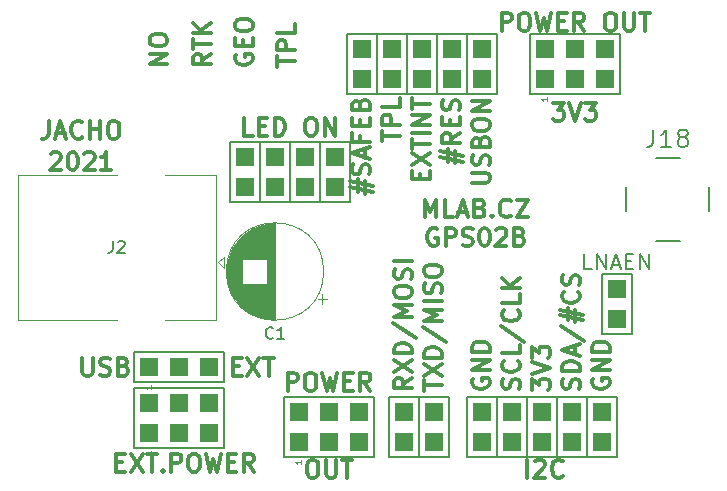
<source format=gbr>
G04 #@! TF.GenerationSoftware,KiCad,Pcbnew,(5.99.0-10394-g2e15de97e0)*
G04 #@! TF.CreationDate,2021-07-20T09:33:55+02:00*
G04 #@! TF.ProjectId,GPS02B,47505330-3242-42e6-9b69-6361645f7063,REV*
G04 #@! TF.SameCoordinates,Original*
G04 #@! TF.FileFunction,Legend,Top*
G04 #@! TF.FilePolarity,Positive*
%FSLAX46Y46*%
G04 Gerber Fmt 4.6, Leading zero omitted, Abs format (unit mm)*
G04 Created by KiCad (PCBNEW (5.99.0-10394-g2e15de97e0)) date 2021-07-20 09:33:55*
%MOMM*%
%LPD*%
G01*
G04 APERTURE LIST*
%ADD10C,0.300000*%
%ADD11C,0.200000*%
%ADD12C,0.150000*%
%ADD13C,0.050000*%
%ADD14C,0.120000*%
%ADD15R,1.524000X1.524000*%
G04 APERTURE END LIST*
D10*
X2965000Y31047428D02*
X2965000Y29976000D01*
X2893571Y29761714D01*
X2750714Y29618857D01*
X2536428Y29547428D01*
X2393571Y29547428D01*
X3607857Y29976000D02*
X4322142Y29976000D01*
X3465000Y29547428D02*
X3965000Y31047428D01*
X4465000Y29547428D01*
X5822142Y29690285D02*
X5750714Y29618857D01*
X5536428Y29547428D01*
X5393571Y29547428D01*
X5179285Y29618857D01*
X5036428Y29761714D01*
X4965000Y29904571D01*
X4893571Y30190285D01*
X4893571Y30404571D01*
X4965000Y30690285D01*
X5036428Y30833142D01*
X5179285Y30976000D01*
X5393571Y31047428D01*
X5536428Y31047428D01*
X5750714Y30976000D01*
X5822142Y30904571D01*
X6465000Y29547428D02*
X6465000Y31047428D01*
X6465000Y30333142D02*
X7322142Y30333142D01*
X7322142Y29547428D02*
X7322142Y31047428D01*
X8322142Y31047428D02*
X8607857Y31047428D01*
X8750714Y30976000D01*
X8893571Y30833142D01*
X8965000Y30547428D01*
X8965000Y30047428D01*
X8893571Y29761714D01*
X8750714Y29618857D01*
X8607857Y29547428D01*
X8322142Y29547428D01*
X8179285Y29618857D01*
X8036428Y29761714D01*
X7965000Y30047428D01*
X7965000Y30547428D01*
X8036428Y30833142D01*
X8179285Y30976000D01*
X8322142Y31047428D01*
X3143571Y28237571D02*
X3215000Y28309000D01*
X3357857Y28380428D01*
X3715000Y28380428D01*
X3857857Y28309000D01*
X3929285Y28237571D01*
X4000714Y28094714D01*
X4000714Y27951857D01*
X3929285Y27737571D01*
X3072142Y26880428D01*
X4000714Y26880428D01*
X4929285Y28380428D02*
X5072142Y28380428D01*
X5215000Y28309000D01*
X5286428Y28237571D01*
X5357857Y28094714D01*
X5429285Y27809000D01*
X5429285Y27451857D01*
X5357857Y27166142D01*
X5286428Y27023285D01*
X5215000Y26951857D01*
X5072142Y26880428D01*
X4929285Y26880428D01*
X4786428Y26951857D01*
X4715000Y27023285D01*
X4643571Y27166142D01*
X4572142Y27451857D01*
X4572142Y27809000D01*
X4643571Y28094714D01*
X4715000Y28237571D01*
X4786428Y28309000D01*
X4929285Y28380428D01*
X6000714Y28237571D02*
X6072142Y28309000D01*
X6215000Y28380428D01*
X6572142Y28380428D01*
X6715000Y28309000D01*
X6786428Y28237571D01*
X6857857Y28094714D01*
X6857857Y27951857D01*
X6786428Y27737571D01*
X5929285Y26880428D01*
X6857857Y26880428D01*
X8286428Y26880428D02*
X7429285Y26880428D01*
X7857857Y26880428D02*
X7857857Y28380428D01*
X7715000Y28166142D01*
X7572142Y28023285D01*
X7429285Y27951857D01*
X18585571Y10267142D02*
X19085571Y10267142D01*
X19299857Y9481428D02*
X18585571Y9481428D01*
X18585571Y10981428D01*
X19299857Y10981428D01*
X19799857Y10981428D02*
X20799857Y9481428D01*
X20799857Y10981428D02*
X19799857Y9481428D01*
X21157000Y10981428D02*
X22014142Y10981428D01*
X21585571Y9481428D02*
X21585571Y10981428D01*
X23205714Y8211428D02*
X23205714Y9711428D01*
X23777142Y9711428D01*
X23920000Y9640000D01*
X23991428Y9568571D01*
X24062857Y9425714D01*
X24062857Y9211428D01*
X23991428Y9068571D01*
X23920000Y8997142D01*
X23777142Y8925714D01*
X23205714Y8925714D01*
X24991428Y9711428D02*
X25277142Y9711428D01*
X25420000Y9640000D01*
X25562857Y9497142D01*
X25634285Y9211428D01*
X25634285Y8711428D01*
X25562857Y8425714D01*
X25420000Y8282857D01*
X25277142Y8211428D01*
X24991428Y8211428D01*
X24848571Y8282857D01*
X24705714Y8425714D01*
X24634285Y8711428D01*
X24634285Y9211428D01*
X24705714Y9497142D01*
X24848571Y9640000D01*
X24991428Y9711428D01*
X26134285Y9711428D02*
X26491428Y8211428D01*
X26777142Y9282857D01*
X27062857Y8211428D01*
X27420000Y9711428D01*
X27991428Y8997142D02*
X28491428Y8997142D01*
X28705714Y8211428D02*
X27991428Y8211428D01*
X27991428Y9711428D01*
X28705714Y9711428D01*
X30205714Y8211428D02*
X29705714Y8925714D01*
X29348571Y8211428D02*
X29348571Y9711428D01*
X29920000Y9711428D01*
X30062857Y9640000D01*
X30134285Y9568571D01*
X30205714Y9425714D01*
X30205714Y9211428D01*
X30134285Y9068571D01*
X30062857Y8997142D01*
X29920000Y8925714D01*
X29348571Y8925714D01*
X25170000Y2345428D02*
X25455714Y2345428D01*
X25598571Y2274000D01*
X25741428Y2131142D01*
X25812857Y1845428D01*
X25812857Y1345428D01*
X25741428Y1059714D01*
X25598571Y916857D01*
X25455714Y845428D01*
X25170000Y845428D01*
X25027142Y916857D01*
X24884285Y1059714D01*
X24812857Y1345428D01*
X24812857Y1845428D01*
X24884285Y2131142D01*
X25027142Y2274000D01*
X25170000Y2345428D01*
X26455714Y2345428D02*
X26455714Y1131142D01*
X26527142Y988285D01*
X26598571Y916857D01*
X26741428Y845428D01*
X27027142Y845428D01*
X27170000Y916857D01*
X27241428Y988285D01*
X27312857Y1131142D01*
X27312857Y2345428D01*
X27812857Y2345428D02*
X28670000Y2345428D01*
X28241428Y845428D02*
X28241428Y2345428D01*
X49034000Y9211857D02*
X48962571Y9069000D01*
X48962571Y8854714D01*
X49034000Y8640428D01*
X49176857Y8497571D01*
X49319714Y8426142D01*
X49605428Y8354714D01*
X49819714Y8354714D01*
X50105428Y8426142D01*
X50248285Y8497571D01*
X50391142Y8640428D01*
X50462571Y8854714D01*
X50462571Y8997571D01*
X50391142Y9211857D01*
X50319714Y9283285D01*
X49819714Y9283285D01*
X49819714Y8997571D01*
X50462571Y9926142D02*
X48962571Y9926142D01*
X50462571Y10783285D01*
X48962571Y10783285D01*
X50462571Y11497571D02*
X48962571Y11497571D01*
X48962571Y11854714D01*
X49034000Y12069000D01*
X49176857Y12211857D01*
X49319714Y12283285D01*
X49605428Y12354714D01*
X49819714Y12354714D01*
X50105428Y12283285D01*
X50248285Y12211857D01*
X50391142Y12069000D01*
X50462571Y11854714D01*
X50462571Y11497571D01*
X34738571Y8211857D02*
X34738571Y9069000D01*
X36238571Y8640428D02*
X34738571Y8640428D01*
X34738571Y9426142D02*
X36238571Y10426142D01*
X34738571Y10426142D02*
X36238571Y9426142D01*
X36238571Y10997571D02*
X34738571Y10997571D01*
X34738571Y11354714D01*
X34810000Y11569000D01*
X34952857Y11711857D01*
X35095714Y11783285D01*
X35381428Y11854714D01*
X35595714Y11854714D01*
X35881428Y11783285D01*
X36024285Y11711857D01*
X36167142Y11569000D01*
X36238571Y11354714D01*
X36238571Y10997571D01*
X34667142Y13569000D02*
X36595714Y12283285D01*
X36238571Y14069000D02*
X34738571Y14069000D01*
X35810000Y14569000D01*
X34738571Y15069000D01*
X36238571Y15069000D01*
X36238571Y15783285D02*
X34738571Y15783285D01*
X36167142Y16426142D02*
X36238571Y16640428D01*
X36238571Y16997571D01*
X36167142Y17140428D01*
X36095714Y17211857D01*
X35952857Y17283285D01*
X35810000Y17283285D01*
X35667142Y17211857D01*
X35595714Y17140428D01*
X35524285Y16997571D01*
X35452857Y16711857D01*
X35381428Y16569000D01*
X35310000Y16497571D01*
X35167142Y16426142D01*
X35024285Y16426142D01*
X34881428Y16497571D01*
X34810000Y16569000D01*
X34738571Y16711857D01*
X34738571Y17069000D01*
X34810000Y17283285D01*
X34738571Y18211857D02*
X34738571Y18497571D01*
X34810000Y18640428D01*
X34952857Y18783285D01*
X35238571Y18854714D01*
X35738571Y18854714D01*
X36024285Y18783285D01*
X36167142Y18640428D01*
X36238571Y18497571D01*
X36238571Y18211857D01*
X36167142Y18069000D01*
X36024285Y17926142D01*
X35738571Y17854714D01*
X35238571Y17854714D01*
X34952857Y17926142D01*
X34810000Y18069000D01*
X34738571Y18211857D01*
X33698571Y9283285D02*
X32984285Y8783285D01*
X33698571Y8426142D02*
X32198571Y8426142D01*
X32198571Y8997571D01*
X32270000Y9140428D01*
X32341428Y9211857D01*
X32484285Y9283285D01*
X32698571Y9283285D01*
X32841428Y9211857D01*
X32912857Y9140428D01*
X32984285Y8997571D01*
X32984285Y8426142D01*
X32198571Y9783285D02*
X33698571Y10783285D01*
X32198571Y10783285D02*
X33698571Y9783285D01*
X33698571Y11354714D02*
X32198571Y11354714D01*
X32198571Y11711857D01*
X32270000Y11926142D01*
X32412857Y12069000D01*
X32555714Y12140428D01*
X32841428Y12211857D01*
X33055714Y12211857D01*
X33341428Y12140428D01*
X33484285Y12069000D01*
X33627142Y11926142D01*
X33698571Y11711857D01*
X33698571Y11354714D01*
X32127142Y13926142D02*
X34055714Y12640428D01*
X33698571Y14426142D02*
X32198571Y14426142D01*
X33270000Y14926142D01*
X32198571Y15426142D01*
X33698571Y15426142D01*
X32198571Y16426142D02*
X32198571Y16711857D01*
X32270000Y16854714D01*
X32412857Y16997571D01*
X32698571Y17069000D01*
X33198571Y17069000D01*
X33484285Y16997571D01*
X33627142Y16854714D01*
X33698571Y16711857D01*
X33698571Y16426142D01*
X33627142Y16283285D01*
X33484285Y16140428D01*
X33198571Y16069000D01*
X32698571Y16069000D01*
X32412857Y16140428D01*
X32270000Y16283285D01*
X32198571Y16426142D01*
X33627142Y17640428D02*
X33698571Y17854714D01*
X33698571Y18211857D01*
X33627142Y18354714D01*
X33555714Y18426142D01*
X33412857Y18497571D01*
X33270000Y18497571D01*
X33127142Y18426142D01*
X33055714Y18354714D01*
X32984285Y18211857D01*
X32912857Y17926142D01*
X32841428Y17783285D01*
X32770000Y17711857D01*
X32627142Y17640428D01*
X32484285Y17640428D01*
X32341428Y17711857D01*
X32270000Y17783285D01*
X32198571Y17926142D01*
X32198571Y18283285D01*
X32270000Y18497571D01*
X33698571Y19140428D02*
X32198571Y19140428D01*
D11*
X48949238Y18461904D02*
X48330190Y18461904D01*
X48330190Y19761904D01*
X49382571Y18461904D02*
X49382571Y19761904D01*
X50125428Y18461904D01*
X50125428Y19761904D01*
X50682571Y18833333D02*
X51301619Y18833333D01*
X50558761Y18461904D02*
X50992095Y19761904D01*
X51425428Y18461904D01*
X51858761Y19142857D02*
X52292095Y19142857D01*
X52477809Y18461904D02*
X51858761Y18461904D01*
X51858761Y19761904D01*
X52477809Y19761904D01*
X53034952Y18461904D02*
X53034952Y19761904D01*
X53777809Y18461904D01*
X53777809Y19761904D01*
D10*
X13013428Y38001000D02*
X13013428Y37715285D01*
X12942000Y37572428D01*
X12799142Y37429571D01*
X12513428Y37358142D01*
X12013428Y37358142D01*
X11727714Y37429571D01*
X11584857Y37572428D01*
X11513428Y37715285D01*
X11513428Y38001000D01*
X11584857Y38143857D01*
X11727714Y38286714D01*
X12013428Y38358142D01*
X12513428Y38358142D01*
X12799142Y38286714D01*
X12942000Y38143857D01*
X13013428Y38001000D01*
X11513428Y36715285D02*
X13013428Y36715285D01*
X11513428Y35858142D01*
X13013428Y35858142D01*
X45640857Y32571428D02*
X46569428Y32571428D01*
X46069428Y32000000D01*
X46283714Y32000000D01*
X46426571Y31928571D01*
X46498000Y31857142D01*
X46569428Y31714285D01*
X46569428Y31357142D01*
X46498000Y31214285D01*
X46426571Y31142857D01*
X46283714Y31071428D01*
X45855142Y31071428D01*
X45712285Y31142857D01*
X45640857Y31214285D01*
X46998000Y32571428D02*
X47498000Y31071428D01*
X47998000Y32571428D01*
X48355142Y32571428D02*
X49283714Y32571428D01*
X48783714Y32000000D01*
X48998000Y32000000D01*
X49140857Y31928571D01*
X49212285Y31857142D01*
X49283714Y31714285D01*
X49283714Y31357142D01*
X49212285Y31214285D01*
X49140857Y31142857D01*
X48998000Y31071428D01*
X48569428Y31071428D01*
X48426571Y31142857D01*
X48355142Y31214285D01*
X29142571Y25007571D02*
X29142571Y26079000D01*
X28499714Y25436142D02*
X30428285Y25007571D01*
X29785428Y25936142D02*
X29785428Y24864714D01*
X30428285Y25507571D02*
X28499714Y25936142D01*
X30071142Y26507571D02*
X30142571Y26721857D01*
X30142571Y27079000D01*
X30071142Y27221857D01*
X29999714Y27293285D01*
X29856857Y27364714D01*
X29714000Y27364714D01*
X29571142Y27293285D01*
X29499714Y27221857D01*
X29428285Y27079000D01*
X29356857Y26793285D01*
X29285428Y26650428D01*
X29214000Y26579000D01*
X29071142Y26507571D01*
X28928285Y26507571D01*
X28785428Y26579000D01*
X28714000Y26650428D01*
X28642571Y26793285D01*
X28642571Y27150428D01*
X28714000Y27364714D01*
X29714000Y27936142D02*
X29714000Y28650428D01*
X30142571Y27793285D02*
X28642571Y28293285D01*
X30142571Y28793285D01*
X29356857Y29793285D02*
X29356857Y29293285D01*
X30142571Y29293285D02*
X28642571Y29293285D01*
X28642571Y30007571D01*
X29356857Y30579000D02*
X29356857Y31079000D01*
X30142571Y31293285D02*
X30142571Y30579000D01*
X28642571Y30579000D01*
X28642571Y31293285D01*
X29356857Y32436142D02*
X29428285Y32650428D01*
X29499714Y32721857D01*
X29642571Y32793285D01*
X29856857Y32793285D01*
X29999714Y32721857D01*
X30071142Y32650428D01*
X30142571Y32507571D01*
X30142571Y31936142D01*
X28642571Y31936142D01*
X28642571Y32436142D01*
X28714000Y32579000D01*
X28785428Y32650428D01*
X28928285Y32721857D01*
X29071142Y32721857D01*
X29214000Y32650428D01*
X29285428Y32579000D01*
X29356857Y32436142D01*
X29356857Y31936142D01*
X38802571Y25793285D02*
X40016857Y25793285D01*
X40159714Y25864714D01*
X40231142Y25936142D01*
X40302571Y26079000D01*
X40302571Y26364714D01*
X40231142Y26507571D01*
X40159714Y26579000D01*
X40016857Y26650428D01*
X38802571Y26650428D01*
X40231142Y27293285D02*
X40302571Y27507571D01*
X40302571Y27864714D01*
X40231142Y28007571D01*
X40159714Y28079000D01*
X40016857Y28150428D01*
X39874000Y28150428D01*
X39731142Y28079000D01*
X39659714Y28007571D01*
X39588285Y27864714D01*
X39516857Y27579000D01*
X39445428Y27436142D01*
X39374000Y27364714D01*
X39231142Y27293285D01*
X39088285Y27293285D01*
X38945428Y27364714D01*
X38874000Y27436142D01*
X38802571Y27579000D01*
X38802571Y27936142D01*
X38874000Y28150428D01*
X39516857Y29293285D02*
X39588285Y29507571D01*
X39659714Y29579000D01*
X39802571Y29650428D01*
X40016857Y29650428D01*
X40159714Y29579000D01*
X40231142Y29507571D01*
X40302571Y29364714D01*
X40302571Y28793285D01*
X38802571Y28793285D01*
X38802571Y29293285D01*
X38874000Y29436142D01*
X38945428Y29507571D01*
X39088285Y29579000D01*
X39231142Y29579000D01*
X39374000Y29507571D01*
X39445428Y29436142D01*
X39516857Y29293285D01*
X39516857Y28793285D01*
X38802571Y30579000D02*
X38802571Y30864714D01*
X38874000Y31007571D01*
X39016857Y31150428D01*
X39302571Y31221857D01*
X39802571Y31221857D01*
X40088285Y31150428D01*
X40231142Y31007571D01*
X40302571Y30864714D01*
X40302571Y30579000D01*
X40231142Y30436142D01*
X40088285Y30293285D01*
X39802571Y30221857D01*
X39302571Y30221857D01*
X39016857Y30293285D01*
X38874000Y30436142D01*
X38802571Y30579000D01*
X40302571Y31864714D02*
X38802571Y31864714D01*
X40302571Y32721857D01*
X38802571Y32721857D01*
X34794571Y22880928D02*
X34794571Y24380928D01*
X35294571Y23309500D01*
X35794571Y24380928D01*
X35794571Y22880928D01*
X37223142Y22880928D02*
X36508857Y22880928D01*
X36508857Y24380928D01*
X37651714Y23309500D02*
X38366000Y23309500D01*
X37508857Y22880928D02*
X38008857Y24380928D01*
X38508857Y22880928D01*
X39508857Y23666642D02*
X39723142Y23595214D01*
X39794571Y23523785D01*
X39866000Y23380928D01*
X39866000Y23166642D01*
X39794571Y23023785D01*
X39723142Y22952357D01*
X39580285Y22880928D01*
X39008857Y22880928D01*
X39008857Y24380928D01*
X39508857Y24380928D01*
X39651714Y24309500D01*
X39723142Y24238071D01*
X39794571Y24095214D01*
X39794571Y23952357D01*
X39723142Y23809500D01*
X39651714Y23738071D01*
X39508857Y23666642D01*
X39008857Y23666642D01*
X40508857Y23023785D02*
X40580285Y22952357D01*
X40508857Y22880928D01*
X40437428Y22952357D01*
X40508857Y23023785D01*
X40508857Y22880928D01*
X42080285Y23023785D02*
X42008857Y22952357D01*
X41794571Y22880928D01*
X41651714Y22880928D01*
X41437428Y22952357D01*
X41294571Y23095214D01*
X41223142Y23238071D01*
X41151714Y23523785D01*
X41151714Y23738071D01*
X41223142Y24023785D01*
X41294571Y24166642D01*
X41437428Y24309500D01*
X41651714Y24380928D01*
X41794571Y24380928D01*
X42008857Y24309500D01*
X42080285Y24238071D01*
X42580285Y24380928D02*
X43580285Y24380928D01*
X42580285Y22880928D01*
X43580285Y22880928D01*
X35866000Y21894500D02*
X35723142Y21965928D01*
X35508857Y21965928D01*
X35294571Y21894500D01*
X35151714Y21751642D01*
X35080285Y21608785D01*
X35008857Y21323071D01*
X35008857Y21108785D01*
X35080285Y20823071D01*
X35151714Y20680214D01*
X35294571Y20537357D01*
X35508857Y20465928D01*
X35651714Y20465928D01*
X35866000Y20537357D01*
X35937428Y20608785D01*
X35937428Y21108785D01*
X35651714Y21108785D01*
X36580285Y20465928D02*
X36580285Y21965928D01*
X37151714Y21965928D01*
X37294571Y21894500D01*
X37366000Y21823071D01*
X37437428Y21680214D01*
X37437428Y21465928D01*
X37366000Y21323071D01*
X37294571Y21251642D01*
X37151714Y21180214D01*
X36580285Y21180214D01*
X38008857Y20537357D02*
X38223142Y20465928D01*
X38580285Y20465928D01*
X38723142Y20537357D01*
X38794571Y20608785D01*
X38866000Y20751642D01*
X38866000Y20894500D01*
X38794571Y21037357D01*
X38723142Y21108785D01*
X38580285Y21180214D01*
X38294571Y21251642D01*
X38151714Y21323071D01*
X38080285Y21394500D01*
X38008857Y21537357D01*
X38008857Y21680214D01*
X38080285Y21823071D01*
X38151714Y21894500D01*
X38294571Y21965928D01*
X38651714Y21965928D01*
X38866000Y21894500D01*
X39794571Y21965928D02*
X39937428Y21965928D01*
X40080285Y21894500D01*
X40151714Y21823071D01*
X40223142Y21680214D01*
X40294571Y21394500D01*
X40294571Y21037357D01*
X40223142Y20751642D01*
X40151714Y20608785D01*
X40080285Y20537357D01*
X39937428Y20465928D01*
X39794571Y20465928D01*
X39651714Y20537357D01*
X39580285Y20608785D01*
X39508857Y20751642D01*
X39437428Y21037357D01*
X39437428Y21394500D01*
X39508857Y21680214D01*
X39580285Y21823071D01*
X39651714Y21894500D01*
X39794571Y21965928D01*
X40866000Y21823071D02*
X40937428Y21894500D01*
X41080285Y21965928D01*
X41437428Y21965928D01*
X41580285Y21894500D01*
X41651714Y21823071D01*
X41723142Y21680214D01*
X41723142Y21537357D01*
X41651714Y21323071D01*
X40794571Y20465928D01*
X41723142Y20465928D01*
X42866000Y21251642D02*
X43080285Y21180214D01*
X43151714Y21108785D01*
X43223142Y20965928D01*
X43223142Y20751642D01*
X43151714Y20608785D01*
X43080285Y20537357D01*
X42937428Y20465928D01*
X42366000Y20465928D01*
X42366000Y21965928D01*
X42866000Y21965928D01*
X43008857Y21894500D01*
X43080285Y21823071D01*
X43151714Y21680214D01*
X43151714Y21537357D01*
X43080285Y21394500D01*
X43008857Y21323071D01*
X42866000Y21251642D01*
X42366000Y21251642D01*
X16680571Y36715285D02*
X15966285Y36215285D01*
X16680571Y35858142D02*
X15180571Y35858142D01*
X15180571Y36429571D01*
X15252000Y36572428D01*
X15323428Y36643857D01*
X15466285Y36715285D01*
X15680571Y36715285D01*
X15823428Y36643857D01*
X15894857Y36572428D01*
X15966285Y36429571D01*
X15966285Y35858142D01*
X15180571Y37143857D02*
X15180571Y38001000D01*
X16680571Y37572428D02*
X15180571Y37572428D01*
X16680571Y38501000D02*
X15180571Y38501000D01*
X16680571Y39358142D02*
X15823428Y38715285D01*
X15180571Y39358142D02*
X16037714Y38501000D01*
X34436857Y26079000D02*
X34436857Y26579000D01*
X35222571Y26793285D02*
X35222571Y26079000D01*
X33722571Y26079000D01*
X33722571Y26793285D01*
X33722571Y27293285D02*
X35222571Y28293285D01*
X33722571Y28293285D02*
X35222571Y27293285D01*
X33722571Y28650428D02*
X33722571Y29507571D01*
X35222571Y29079000D02*
X33722571Y29079000D01*
X35222571Y30007571D02*
X33722571Y30007571D01*
X35222571Y30721857D02*
X33722571Y30721857D01*
X35222571Y31579000D01*
X33722571Y31579000D01*
X33722571Y32079000D02*
X33722571Y32936142D01*
X35222571Y32507571D02*
X33722571Y32507571D01*
X5822142Y10981428D02*
X5822142Y9767142D01*
X5893571Y9624285D01*
X5965000Y9552857D01*
X6107857Y9481428D01*
X6393571Y9481428D01*
X6536428Y9552857D01*
X6607857Y9624285D01*
X6679285Y9767142D01*
X6679285Y10981428D01*
X7322142Y9552857D02*
X7536428Y9481428D01*
X7893571Y9481428D01*
X8036428Y9552857D01*
X8107857Y9624285D01*
X8179285Y9767142D01*
X8179285Y9910000D01*
X8107857Y10052857D01*
X8036428Y10124285D01*
X7893571Y10195714D01*
X7607857Y10267142D01*
X7465000Y10338571D01*
X7393571Y10410000D01*
X7322142Y10552857D01*
X7322142Y10695714D01*
X7393571Y10838571D01*
X7465000Y10910000D01*
X7607857Y10981428D01*
X7965000Y10981428D01*
X8179285Y10910000D01*
X9322142Y10267142D02*
X9536428Y10195714D01*
X9607857Y10124285D01*
X9679285Y9981428D01*
X9679285Y9767142D01*
X9607857Y9624285D01*
X9536428Y9552857D01*
X9393571Y9481428D01*
X8822142Y9481428D01*
X8822142Y10981428D01*
X9322142Y10981428D01*
X9465000Y10910000D01*
X9536428Y10838571D01*
X9607857Y10695714D01*
X9607857Y10552857D01*
X9536428Y10410000D01*
X9465000Y10338571D01*
X9322142Y10267142D01*
X8822142Y10267142D01*
X43882571Y8283285D02*
X43882571Y9211857D01*
X44454000Y8711857D01*
X44454000Y8926142D01*
X44525428Y9069000D01*
X44596857Y9140428D01*
X44739714Y9211857D01*
X45096857Y9211857D01*
X45239714Y9140428D01*
X45311142Y9069000D01*
X45382571Y8926142D01*
X45382571Y8497571D01*
X45311142Y8354714D01*
X45239714Y8283285D01*
X43882571Y9640428D02*
X45382571Y10140428D01*
X43882571Y10640428D01*
X43882571Y10997571D02*
X43882571Y11926142D01*
X44454000Y11426142D01*
X44454000Y11640428D01*
X44525428Y11783285D01*
X44596857Y11854714D01*
X44739714Y11926142D01*
X45096857Y11926142D01*
X45239714Y11854714D01*
X45311142Y11783285D01*
X45382571Y11640428D01*
X45382571Y11211857D01*
X45311142Y11069000D01*
X45239714Y10997571D01*
X22292571Y35643857D02*
X22292571Y36501000D01*
X23792571Y36072428D02*
X22292571Y36072428D01*
X23792571Y37001000D02*
X22292571Y37001000D01*
X22292571Y37572428D01*
X22364000Y37715285D01*
X22435428Y37786714D01*
X22578285Y37858142D01*
X22792571Y37858142D01*
X22935428Y37786714D01*
X23006857Y37715285D01*
X23078285Y37572428D01*
X23078285Y37001000D01*
X23792571Y39215285D02*
X23792571Y38501000D01*
X22292571Y38501000D01*
X42771142Y8354714D02*
X42842571Y8569000D01*
X42842571Y8926142D01*
X42771142Y9069000D01*
X42699714Y9140428D01*
X42556857Y9211857D01*
X42414000Y9211857D01*
X42271142Y9140428D01*
X42199714Y9069000D01*
X42128285Y8926142D01*
X42056857Y8640428D01*
X41985428Y8497571D01*
X41914000Y8426142D01*
X41771142Y8354714D01*
X41628285Y8354714D01*
X41485428Y8426142D01*
X41414000Y8497571D01*
X41342571Y8640428D01*
X41342571Y8997571D01*
X41414000Y9211857D01*
X42699714Y10711857D02*
X42771142Y10640428D01*
X42842571Y10426142D01*
X42842571Y10283285D01*
X42771142Y10069000D01*
X42628285Y9926142D01*
X42485428Y9854714D01*
X42199714Y9783285D01*
X41985428Y9783285D01*
X41699714Y9854714D01*
X41556857Y9926142D01*
X41414000Y10069000D01*
X41342571Y10283285D01*
X41342571Y10426142D01*
X41414000Y10640428D01*
X41485428Y10711857D01*
X42842571Y12069000D02*
X42842571Y11354714D01*
X41342571Y11354714D01*
X41271142Y13640428D02*
X43199714Y12354714D01*
X42699714Y14997571D02*
X42771142Y14926142D01*
X42842571Y14711857D01*
X42842571Y14569000D01*
X42771142Y14354714D01*
X42628285Y14211857D01*
X42485428Y14140428D01*
X42199714Y14069000D01*
X41985428Y14069000D01*
X41699714Y14140428D01*
X41556857Y14211857D01*
X41414000Y14354714D01*
X41342571Y14569000D01*
X41342571Y14711857D01*
X41414000Y14926142D01*
X41485428Y14997571D01*
X42842571Y16354714D02*
X42842571Y15640428D01*
X41342571Y15640428D01*
X42842571Y16854714D02*
X41342571Y16854714D01*
X42842571Y17711857D02*
X41985428Y17069000D01*
X41342571Y17711857D02*
X42199714Y16854714D01*
X43493714Y845428D02*
X43493714Y2345428D01*
X44136571Y2202571D02*
X44208000Y2274000D01*
X44350857Y2345428D01*
X44708000Y2345428D01*
X44850857Y2274000D01*
X44922285Y2202571D01*
X44993714Y2059714D01*
X44993714Y1916857D01*
X44922285Y1702571D01*
X44065142Y845428D01*
X44993714Y845428D01*
X46493714Y988285D02*
X46422285Y916857D01*
X46208000Y845428D01*
X46065142Y845428D01*
X45850857Y916857D01*
X45708000Y1059714D01*
X45636571Y1202571D01*
X45565142Y1488285D01*
X45565142Y1702571D01*
X45636571Y1988285D01*
X45708000Y2131142D01*
X45850857Y2274000D01*
X46065142Y2345428D01*
X46208000Y2345428D01*
X46422285Y2274000D01*
X46493714Y2202571D01*
X20260857Y29801428D02*
X19546571Y29801428D01*
X19546571Y31301428D01*
X20760857Y30587142D02*
X21260857Y30587142D01*
X21475142Y29801428D02*
X20760857Y29801428D01*
X20760857Y31301428D01*
X21475142Y31301428D01*
X22118000Y29801428D02*
X22118000Y31301428D01*
X22475142Y31301428D01*
X22689428Y31230000D01*
X22832285Y31087142D01*
X22903714Y30944285D01*
X22975142Y30658571D01*
X22975142Y30444285D01*
X22903714Y30158571D01*
X22832285Y30015714D01*
X22689428Y29872857D01*
X22475142Y29801428D01*
X22118000Y29801428D01*
X25046571Y31301428D02*
X25332285Y31301428D01*
X25475142Y31230000D01*
X25618000Y31087142D01*
X25689428Y30801428D01*
X25689428Y30301428D01*
X25618000Y30015714D01*
X25475142Y29872857D01*
X25332285Y29801428D01*
X25046571Y29801428D01*
X24903714Y29872857D01*
X24760857Y30015714D01*
X24689428Y30301428D01*
X24689428Y30801428D01*
X24760857Y31087142D01*
X24903714Y31230000D01*
X25046571Y31301428D01*
X26332285Y29801428D02*
X26332285Y31301428D01*
X27189428Y29801428D01*
X27189428Y31301428D01*
X36762571Y27579000D02*
X36762571Y28650428D01*
X36119714Y28007571D02*
X38048285Y27579000D01*
X37405428Y28507571D02*
X37405428Y27436142D01*
X38048285Y28079000D02*
X36119714Y28507571D01*
X37762571Y30007571D02*
X37048285Y29507571D01*
X37762571Y29150428D02*
X36262571Y29150428D01*
X36262571Y29721857D01*
X36334000Y29864714D01*
X36405428Y29936142D01*
X36548285Y30007571D01*
X36762571Y30007571D01*
X36905428Y29936142D01*
X36976857Y29864714D01*
X37048285Y29721857D01*
X37048285Y29150428D01*
X36976857Y30650428D02*
X36976857Y31150428D01*
X37762571Y31364714D02*
X37762571Y30650428D01*
X36262571Y30650428D01*
X36262571Y31364714D01*
X37691142Y31936142D02*
X37762571Y32150428D01*
X37762571Y32507571D01*
X37691142Y32650428D01*
X37619714Y32721857D01*
X37476857Y32793285D01*
X37334000Y32793285D01*
X37191142Y32721857D01*
X37119714Y32650428D01*
X37048285Y32507571D01*
X36976857Y32221857D01*
X36905428Y32079000D01*
X36834000Y32007571D01*
X36691142Y31936142D01*
X36548285Y31936142D01*
X36405428Y32007571D01*
X36334000Y32079000D01*
X36262571Y32221857D01*
X36262571Y32579000D01*
X36334000Y32793285D01*
X8704428Y2139142D02*
X9204428Y2139142D01*
X9418714Y1353428D02*
X8704428Y1353428D01*
X8704428Y2853428D01*
X9418714Y2853428D01*
X9918714Y2853428D02*
X10918714Y1353428D01*
X10918714Y2853428D02*
X9918714Y1353428D01*
X11275857Y2853428D02*
X12133000Y2853428D01*
X11704428Y1353428D02*
X11704428Y2853428D01*
X12633000Y1496285D02*
X12704428Y1424857D01*
X12633000Y1353428D01*
X12561571Y1424857D01*
X12633000Y1496285D01*
X12633000Y1353428D01*
X13347285Y1353428D02*
X13347285Y2853428D01*
X13918714Y2853428D01*
X14061571Y2782000D01*
X14133000Y2710571D01*
X14204428Y2567714D01*
X14204428Y2353428D01*
X14133000Y2210571D01*
X14061571Y2139142D01*
X13918714Y2067714D01*
X13347285Y2067714D01*
X15133000Y2853428D02*
X15418714Y2853428D01*
X15561571Y2782000D01*
X15704428Y2639142D01*
X15775857Y2353428D01*
X15775857Y1853428D01*
X15704428Y1567714D01*
X15561571Y1424857D01*
X15418714Y1353428D01*
X15133000Y1353428D01*
X14990142Y1424857D01*
X14847285Y1567714D01*
X14775857Y1853428D01*
X14775857Y2353428D01*
X14847285Y2639142D01*
X14990142Y2782000D01*
X15133000Y2853428D01*
X16275857Y2853428D02*
X16633000Y1353428D01*
X16918714Y2424857D01*
X17204428Y1353428D01*
X17561571Y2853428D01*
X18133000Y2139142D02*
X18633000Y2139142D01*
X18847285Y1353428D02*
X18133000Y1353428D01*
X18133000Y2853428D01*
X18847285Y2853428D01*
X20347285Y1353428D02*
X19847285Y2067714D01*
X19490142Y1353428D02*
X19490142Y2853428D01*
X20061571Y2853428D01*
X20204428Y2782000D01*
X20275857Y2710571D01*
X20347285Y2567714D01*
X20347285Y2353428D01*
X20275857Y2210571D01*
X20204428Y2139142D01*
X20061571Y2067714D01*
X19490142Y2067714D01*
X47851142Y8354714D02*
X47922571Y8569000D01*
X47922571Y8926142D01*
X47851142Y9069000D01*
X47779714Y9140428D01*
X47636857Y9211857D01*
X47494000Y9211857D01*
X47351142Y9140428D01*
X47279714Y9069000D01*
X47208285Y8926142D01*
X47136857Y8640428D01*
X47065428Y8497571D01*
X46994000Y8426142D01*
X46851142Y8354714D01*
X46708285Y8354714D01*
X46565428Y8426142D01*
X46494000Y8497571D01*
X46422571Y8640428D01*
X46422571Y8997571D01*
X46494000Y9211857D01*
X47922571Y9854714D02*
X46422571Y9854714D01*
X46422571Y10211857D01*
X46494000Y10426142D01*
X46636857Y10569000D01*
X46779714Y10640428D01*
X47065428Y10711857D01*
X47279714Y10711857D01*
X47565428Y10640428D01*
X47708285Y10569000D01*
X47851142Y10426142D01*
X47922571Y10211857D01*
X47922571Y9854714D01*
X47494000Y11283285D02*
X47494000Y11997571D01*
X47922571Y11140428D02*
X46422571Y11640428D01*
X47922571Y12140428D01*
X46351142Y13711857D02*
X48279714Y12426142D01*
X46922571Y14140428D02*
X46922571Y15211857D01*
X46279714Y14569000D02*
X48208285Y14140428D01*
X47565428Y15069000D02*
X47565428Y13997571D01*
X48208285Y14640428D02*
X46279714Y15069000D01*
X47779714Y16569000D02*
X47851142Y16497571D01*
X47922571Y16283285D01*
X47922571Y16140428D01*
X47851142Y15926142D01*
X47708285Y15783285D01*
X47565428Y15711857D01*
X47279714Y15640428D01*
X47065428Y15640428D01*
X46779714Y15711857D01*
X46636857Y15783285D01*
X46494000Y15926142D01*
X46422571Y16140428D01*
X46422571Y16283285D01*
X46494000Y16497571D01*
X46565428Y16569000D01*
X47851142Y17140428D02*
X47922571Y17354714D01*
X47922571Y17711857D01*
X47851142Y17854714D01*
X47779714Y17926142D01*
X47636857Y17997571D01*
X47494000Y17997571D01*
X47351142Y17926142D01*
X47279714Y17854714D01*
X47208285Y17711857D01*
X47136857Y17426142D01*
X47065428Y17283285D01*
X46994000Y17211857D01*
X46851142Y17140428D01*
X46708285Y17140428D01*
X46565428Y17211857D01*
X46494000Y17283285D01*
X46422571Y17426142D01*
X46422571Y17783285D01*
X46494000Y17997571D01*
X18808000Y36643857D02*
X18736571Y36501000D01*
X18736571Y36286714D01*
X18808000Y36072428D01*
X18950857Y35929571D01*
X19093714Y35858142D01*
X19379428Y35786714D01*
X19593714Y35786714D01*
X19879428Y35858142D01*
X20022285Y35929571D01*
X20165142Y36072428D01*
X20236571Y36286714D01*
X20236571Y36429571D01*
X20165142Y36643857D01*
X20093714Y36715285D01*
X19593714Y36715285D01*
X19593714Y36429571D01*
X19450857Y37358142D02*
X19450857Y37858142D01*
X20236571Y38072428D02*
X20236571Y37358142D01*
X18736571Y37358142D01*
X18736571Y38072428D01*
X18736571Y39001000D02*
X18736571Y39286714D01*
X18808000Y39429571D01*
X18950857Y39572428D01*
X19236571Y39643857D01*
X19736571Y39643857D01*
X20022285Y39572428D01*
X20165142Y39429571D01*
X20236571Y39286714D01*
X20236571Y39001000D01*
X20165142Y38858142D01*
X20022285Y38715285D01*
X19736571Y38643857D01*
X19236571Y38643857D01*
X18950857Y38715285D01*
X18808000Y38858142D01*
X18736571Y39001000D01*
X41319428Y38691428D02*
X41319428Y40191428D01*
X41890857Y40191428D01*
X42033714Y40120000D01*
X42105142Y40048571D01*
X42176571Y39905714D01*
X42176571Y39691428D01*
X42105142Y39548571D01*
X42033714Y39477142D01*
X41890857Y39405714D01*
X41319428Y39405714D01*
X43105142Y40191428D02*
X43390857Y40191428D01*
X43533714Y40120000D01*
X43676571Y39977142D01*
X43748000Y39691428D01*
X43748000Y39191428D01*
X43676571Y38905714D01*
X43533714Y38762857D01*
X43390857Y38691428D01*
X43105142Y38691428D01*
X42962285Y38762857D01*
X42819428Y38905714D01*
X42748000Y39191428D01*
X42748000Y39691428D01*
X42819428Y39977142D01*
X42962285Y40120000D01*
X43105142Y40191428D01*
X44248000Y40191428D02*
X44605142Y38691428D01*
X44890857Y39762857D01*
X45176571Y38691428D01*
X45533714Y40191428D01*
X46105142Y39477142D02*
X46605142Y39477142D01*
X46819428Y38691428D02*
X46105142Y38691428D01*
X46105142Y40191428D01*
X46819428Y40191428D01*
X48319428Y38691428D02*
X47819428Y39405714D01*
X47462285Y38691428D02*
X47462285Y40191428D01*
X48033714Y40191428D01*
X48176571Y40120000D01*
X48248000Y40048571D01*
X48319428Y39905714D01*
X48319428Y39691428D01*
X48248000Y39548571D01*
X48176571Y39477142D01*
X48033714Y39405714D01*
X47462285Y39405714D01*
X50390857Y40191428D02*
X50676571Y40191428D01*
X50819428Y40120000D01*
X50962285Y39977142D01*
X51033714Y39691428D01*
X51033714Y39191428D01*
X50962285Y38905714D01*
X50819428Y38762857D01*
X50676571Y38691428D01*
X50390857Y38691428D01*
X50248000Y38762857D01*
X50105142Y38905714D01*
X50033714Y39191428D01*
X50033714Y39691428D01*
X50105142Y39977142D01*
X50248000Y40120000D01*
X50390857Y40191428D01*
X51676571Y40191428D02*
X51676571Y38977142D01*
X51748000Y38834285D01*
X51819428Y38762857D01*
X51962285Y38691428D01*
X52248000Y38691428D01*
X52390857Y38762857D01*
X52462285Y38834285D01*
X52533714Y38977142D01*
X52533714Y40191428D01*
X53033714Y40191428D02*
X53890857Y40191428D01*
X53462285Y38691428D02*
X53462285Y40191428D01*
X38874000Y9211857D02*
X38802571Y9069000D01*
X38802571Y8854714D01*
X38874000Y8640428D01*
X39016857Y8497571D01*
X39159714Y8426142D01*
X39445428Y8354714D01*
X39659714Y8354714D01*
X39945428Y8426142D01*
X40088285Y8497571D01*
X40231142Y8640428D01*
X40302571Y8854714D01*
X40302571Y8997571D01*
X40231142Y9211857D01*
X40159714Y9283285D01*
X39659714Y9283285D01*
X39659714Y8997571D01*
X40302571Y9926142D02*
X38802571Y9926142D01*
X40302571Y10783285D01*
X38802571Y10783285D01*
X40302571Y11497571D02*
X38802571Y11497571D01*
X38802571Y11854714D01*
X38874000Y12069000D01*
X39016857Y12211857D01*
X39159714Y12283285D01*
X39445428Y12354714D01*
X39659714Y12354714D01*
X39945428Y12283285D01*
X40088285Y12211857D01*
X40231142Y12069000D01*
X40302571Y11854714D01*
X40302571Y11497571D01*
X31182571Y29364714D02*
X31182571Y30221857D01*
X32682571Y29793285D02*
X31182571Y29793285D01*
X32682571Y30721857D02*
X31182571Y30721857D01*
X31182571Y31293285D01*
X31254000Y31436142D01*
X31325428Y31507571D01*
X31468285Y31579000D01*
X31682571Y31579000D01*
X31825428Y31507571D01*
X31896857Y31436142D01*
X31968285Y31293285D01*
X31968285Y30721857D01*
X32682571Y32936142D02*
X32682571Y32221857D01*
X31182571Y32221857D01*
D12*
X54157714Y30305428D02*
X54157714Y29234000D01*
X54086285Y29019714D01*
X53943428Y28876857D01*
X53729142Y28805428D01*
X53586285Y28805428D01*
X55657714Y28805428D02*
X54800571Y28805428D01*
X55229142Y28805428D02*
X55229142Y30305428D01*
X55086285Y30091142D01*
X54943428Y29948285D01*
X54800571Y29876857D01*
X56514857Y29662571D02*
X56372000Y29734000D01*
X56300571Y29805428D01*
X56229142Y29948285D01*
X56229142Y30019714D01*
X56300571Y30162571D01*
X56372000Y30234000D01*
X56514857Y30305428D01*
X56800571Y30305428D01*
X56943428Y30234000D01*
X57014857Y30162571D01*
X57086285Y30019714D01*
X57086285Y29948285D01*
X57014857Y29805428D01*
X56943428Y29734000D01*
X56800571Y29662571D01*
X56514857Y29662571D01*
X56372000Y29591142D01*
X56300571Y29519714D01*
X56229142Y29376857D01*
X56229142Y29091142D01*
X56300571Y28948285D01*
X56372000Y28876857D01*
X56514857Y28805428D01*
X56800571Y28805428D01*
X56943428Y28876857D01*
X57014857Y28948285D01*
X57086285Y29091142D01*
X57086285Y29376857D01*
X57014857Y29519714D01*
X56943428Y29591142D01*
X56800571Y29662571D01*
X21959333Y12680857D02*
X21911714Y12633238D01*
X21768857Y12585619D01*
X21673619Y12585619D01*
X21530761Y12633238D01*
X21435523Y12728476D01*
X21387904Y12823714D01*
X21340285Y13014190D01*
X21340285Y13157047D01*
X21387904Y13347523D01*
X21435523Y13442761D01*
X21530761Y13538000D01*
X21673619Y13585619D01*
X21768857Y13585619D01*
X21911714Y13538000D01*
X21959333Y13490380D01*
X22911714Y12585619D02*
X22340285Y12585619D01*
X22626000Y12585619D02*
X22626000Y13585619D01*
X22530761Y13442761D01*
X22435523Y13347523D01*
X22340285Y13299904D01*
D13*
X11656190Y3063857D02*
X11656190Y2778142D01*
X11656190Y2921000D02*
X11156190Y2921000D01*
X11227619Y2873380D01*
X11275238Y2825761D01*
X11299047Y2778142D01*
D12*
X8400666Y20867619D02*
X8400666Y20153333D01*
X8353047Y20010476D01*
X8257809Y19915238D01*
X8114952Y19867619D01*
X8019714Y19867619D01*
X8829238Y20772380D02*
X8876857Y20820000D01*
X8972095Y20867619D01*
X9210190Y20867619D01*
X9305428Y20820000D01*
X9353047Y20772380D01*
X9400666Y20677142D01*
X9400666Y20581904D01*
X9353047Y20439047D01*
X8781619Y19867619D01*
X9400666Y19867619D01*
D13*
X24356190Y2301857D02*
X24356190Y2016142D01*
X24356190Y2159000D02*
X23856190Y2159000D01*
X23927619Y2111380D01*
X23975238Y2063761D01*
X23999047Y2016142D01*
X45184190Y33035857D02*
X45184190Y32750142D01*
X45184190Y32893000D02*
X44684190Y32893000D01*
X44755619Y32845380D01*
X44803238Y32797761D01*
X44827047Y32750142D01*
X11656190Y8651857D02*
X11656190Y8366142D01*
X11656190Y8509000D02*
X11156190Y8509000D01*
X11227619Y8461380D01*
X11275238Y8413761D01*
X11299047Y8366142D01*
D12*
X58872000Y23368000D02*
X58872000Y25400000D01*
X56388000Y27884000D02*
X54356000Y27884000D01*
X54356000Y20909400D02*
X56388000Y20909400D01*
X51872000Y25400000D02*
X51872000Y23368000D01*
D14*
X21325000Y19328000D02*
X21325000Y22290000D01*
X21125000Y14331000D02*
X21125000Y17248000D01*
X20485000Y19328000D02*
X20485000Y22028000D01*
X20845000Y19328000D02*
X20845000Y22165000D01*
X21205000Y19328000D02*
X21205000Y22264000D01*
X18485000Y16398000D02*
X18485000Y20178000D01*
X21526000Y14251000D02*
X21526000Y22325000D01*
X20125000Y14726000D02*
X20125000Y17248000D01*
X19005000Y15637000D02*
X19005000Y20939000D01*
X19765000Y19328000D02*
X19765000Y21626000D01*
X21245000Y19328000D02*
X21245000Y22273000D01*
X18285000Y16835000D02*
X18285000Y19741000D01*
X19765000Y14950000D02*
X19765000Y17248000D01*
X20285000Y19328000D02*
X20285000Y21935000D01*
X19485000Y19328000D02*
X19485000Y21412000D01*
X20045000Y14771000D02*
X20045000Y17248000D01*
X20565000Y19328000D02*
X20565000Y22062000D01*
X19885000Y19328000D02*
X19885000Y21706000D01*
X20965000Y14374000D02*
X20965000Y17248000D01*
X18565000Y16254000D02*
X18565000Y20322000D01*
X18445000Y16475000D02*
X18445000Y20101000D01*
X19045000Y15591000D02*
X19045000Y20985000D01*
X18725000Y16001000D02*
X18725000Y20575000D01*
X19485000Y15164000D02*
X19485000Y17248000D01*
X22046000Y14208000D02*
X22046000Y22368000D01*
X21125000Y19328000D02*
X21125000Y22245000D01*
X19325000Y15305000D02*
X19325000Y21271000D01*
X21365000Y19328000D02*
X21365000Y22298000D01*
X21285000Y14294000D02*
X21285000Y17248000D01*
X19965000Y14819000D02*
X19965000Y17248000D01*
X18045000Y17755000D02*
X18045000Y18821000D01*
X18925000Y15732000D02*
X18925000Y20844000D01*
X20365000Y19328000D02*
X20365000Y21974000D01*
X20805000Y19328000D02*
X20805000Y22151000D01*
X20645000Y19328000D02*
X20645000Y22093000D01*
X19565000Y15099000D02*
X19565000Y17248000D01*
X18125000Y17340000D02*
X18125000Y19236000D01*
X20725000Y19328000D02*
X20725000Y22123000D01*
X21085000Y19328000D02*
X21085000Y22235000D01*
X18325000Y16736000D02*
X18325000Y19840000D01*
X19685000Y19328000D02*
X19685000Y21568000D01*
X20525000Y19328000D02*
X20525000Y22045000D01*
X19565000Y19328000D02*
X19565000Y21477000D01*
X26535698Y15973000D02*
X25735698Y15973000D01*
X21606000Y14240000D02*
X21606000Y22336000D01*
X19965000Y19328000D02*
X19965000Y21757000D01*
X19725000Y19328000D02*
X19725000Y21597000D01*
X21325000Y14286000D02*
X21325000Y17248000D01*
X19725000Y14979000D02*
X19725000Y17248000D01*
X20205000Y19328000D02*
X20205000Y21894000D01*
X21405000Y14271000D02*
X21405000Y17248000D01*
X19285000Y15343000D02*
X19285000Y21233000D01*
X21966000Y14211000D02*
X21966000Y22365000D01*
X21726000Y14227000D02*
X21726000Y22349000D01*
X19805000Y14923000D02*
X19805000Y17248000D01*
X18845000Y15834000D02*
X18845000Y20742000D01*
X21205000Y14312000D02*
X21205000Y17248000D01*
X20885000Y19328000D02*
X20885000Y22177000D01*
X19365000Y19328000D02*
X19365000Y21307000D01*
X20605000Y14498000D02*
X20605000Y17248000D01*
X21686000Y14231000D02*
X21686000Y22345000D01*
X19645000Y19328000D02*
X19645000Y21538000D01*
X19685000Y15008000D02*
X19685000Y17248000D01*
X19245000Y15381000D02*
X19245000Y21195000D01*
X20365000Y14602000D02*
X20365000Y17248000D01*
X21165000Y14321000D02*
X21165000Y17248000D01*
X19885000Y14870000D02*
X19885000Y17248000D01*
X18605000Y16186000D02*
X18605000Y20390000D01*
X19085000Y15547000D02*
X19085000Y21029000D01*
X20765000Y14438000D02*
X20765000Y17248000D01*
X20165000Y19328000D02*
X20165000Y21872000D01*
X26135698Y15573000D02*
X26135698Y16373000D01*
X20885000Y14399000D02*
X20885000Y17248000D01*
X20645000Y14483000D02*
X20645000Y17248000D01*
X19525000Y15132000D02*
X19525000Y17248000D01*
X19445000Y15198000D02*
X19445000Y17248000D01*
X21005000Y14363000D02*
X21005000Y17248000D01*
X18085000Y17520000D02*
X18085000Y19056000D01*
X19405000Y19328000D02*
X19405000Y21343000D01*
X21486000Y14258000D02*
X21486000Y22318000D01*
X20685000Y19328000D02*
X20685000Y22109000D01*
X20405000Y19328000D02*
X20405000Y21992000D01*
X20085000Y19328000D02*
X20085000Y21828000D01*
X20285000Y14641000D02*
X20285000Y17248000D01*
X21446000Y14264000D02*
X21446000Y22312000D01*
X20205000Y14682000D02*
X20205000Y17248000D01*
X18365000Y16643000D02*
X18365000Y19933000D01*
X19205000Y15421000D02*
X19205000Y21155000D01*
X21005000Y19328000D02*
X21005000Y22213000D01*
X20045000Y19328000D02*
X20045000Y21805000D01*
X20405000Y14584000D02*
X20405000Y17248000D01*
X22086000Y14208000D02*
X22086000Y22368000D01*
X20485000Y14548000D02*
X20485000Y17248000D01*
X22126000Y14208000D02*
X22126000Y22368000D01*
X21365000Y14278000D02*
X21365000Y17248000D01*
X20245000Y19328000D02*
X20245000Y21915000D01*
X21285000Y19328000D02*
X21285000Y22282000D01*
X18205000Y17059000D02*
X18205000Y19517000D01*
X18885000Y15783000D02*
X18885000Y20793000D01*
X20765000Y19328000D02*
X20765000Y22138000D01*
X20845000Y14411000D02*
X20845000Y17248000D01*
X19605000Y15068000D02*
X19605000Y17248000D01*
X18805000Y15888000D02*
X18805000Y20688000D01*
X20965000Y19328000D02*
X20965000Y22202000D01*
X21766000Y14223000D02*
X21766000Y22353000D01*
X20925000Y19328000D02*
X20925000Y22190000D01*
X21806000Y14220000D02*
X21806000Y22356000D01*
X19365000Y15269000D02*
X19365000Y17248000D01*
X20325000Y14622000D02*
X20325000Y17248000D01*
X22006000Y14209000D02*
X22006000Y22367000D01*
X19125000Y15504000D02*
X19125000Y21072000D01*
X21045000Y19328000D02*
X21045000Y22224000D01*
X20525000Y14531000D02*
X20525000Y17248000D01*
X21405000Y19328000D02*
X21405000Y22305000D01*
X20605000Y19328000D02*
X20605000Y22078000D01*
X21245000Y14303000D02*
X21245000Y17248000D01*
X18965000Y15684000D02*
X18965000Y20892000D01*
X20165000Y14704000D02*
X20165000Y17248000D01*
X21926000Y14212000D02*
X21926000Y22364000D01*
X19925000Y14844000D02*
X19925000Y17248000D01*
X21045000Y14352000D02*
X21045000Y17248000D01*
X18525000Y16324000D02*
X18525000Y20252000D01*
X20725000Y14453000D02*
X20725000Y17248000D01*
X20085000Y14748000D02*
X20085000Y17248000D01*
X19165000Y15462000D02*
X19165000Y21114000D01*
X21085000Y14341000D02*
X21085000Y17248000D01*
X19925000Y19328000D02*
X19925000Y21732000D01*
X19805000Y19328000D02*
X19805000Y21653000D01*
X18645000Y16122000D02*
X18645000Y20454000D01*
X19445000Y19328000D02*
X19445000Y21378000D01*
X20125000Y19328000D02*
X20125000Y21850000D01*
X20445000Y19328000D02*
X20445000Y22010000D01*
X20005000Y19328000D02*
X20005000Y21781000D01*
X18245000Y16942000D02*
X18245000Y19634000D01*
X18405000Y16557000D02*
X18405000Y20019000D01*
X20445000Y14566000D02*
X20445000Y17248000D01*
X21165000Y19328000D02*
X21165000Y22255000D01*
X18165000Y17190000D02*
X18165000Y19386000D01*
X20685000Y14467000D02*
X20685000Y17248000D01*
X19645000Y15038000D02*
X19645000Y17248000D01*
X20925000Y14386000D02*
X20925000Y17248000D01*
X21646000Y14236000D02*
X21646000Y22340000D01*
X19405000Y15233000D02*
X19405000Y17248000D01*
X20245000Y14661000D02*
X20245000Y17248000D01*
X19845000Y19328000D02*
X19845000Y21680000D01*
X19845000Y14896000D02*
X19845000Y17248000D01*
X21566000Y14246000D02*
X21566000Y22330000D01*
X18765000Y15943000D02*
X18765000Y20633000D01*
X20325000Y19328000D02*
X20325000Y21954000D01*
X19525000Y19328000D02*
X19525000Y21444000D01*
X21846000Y14217000D02*
X21846000Y22359000D01*
X20005000Y14795000D02*
X20005000Y17248000D01*
X18685000Y16060000D02*
X18685000Y20516000D01*
X20805000Y14425000D02*
X20805000Y17248000D01*
X21886000Y14214000D02*
X21886000Y22362000D01*
X19605000Y19328000D02*
X19605000Y21508000D01*
X20565000Y14514000D02*
X20565000Y17248000D01*
X26246000Y18288000D02*
G75*
G03*
X26246000Y18288000I-4120000J0D01*
G01*
D12*
X10160000Y3302000D02*
X10160000Y8382000D01*
X17780000Y8382000D02*
X17780000Y3302000D01*
X17780000Y3302000D02*
X10160000Y3302000D01*
X10160000Y8382000D02*
X17780000Y8382000D01*
D14*
X17094000Y26460000D02*
X12834000Y26460000D01*
X17314000Y19050000D02*
X17814000Y18550000D01*
X374000Y26460000D02*
X8734000Y26460000D01*
X12834000Y14140000D02*
X17094000Y14140000D01*
X17814000Y18550000D02*
X17814000Y19550000D01*
X17094000Y14140000D02*
X17094000Y26460000D01*
X17814000Y19550000D02*
X17314000Y19050000D01*
X374000Y14140000D02*
X374000Y26460000D01*
X8734000Y14140000D02*
X374000Y14140000D01*
D12*
X22860000Y2540000D02*
X22860000Y7620000D01*
X30480000Y7620000D02*
X30480000Y2540000D01*
X22860000Y7620000D02*
X30480000Y7620000D01*
X30480000Y2540000D02*
X22860000Y2540000D01*
X36830000Y7620000D02*
X36830000Y2540000D01*
X34290000Y2540000D02*
X34290000Y7620000D01*
X34290000Y7620000D02*
X36830000Y7620000D01*
X36830000Y2540000D02*
X34290000Y2540000D01*
X31750000Y2540000D02*
X31750000Y7620000D01*
X34290000Y7620000D02*
X34290000Y2540000D01*
X31750000Y7620000D02*
X34290000Y7620000D01*
X34290000Y2540000D02*
X31750000Y2540000D01*
X48514000Y2540000D02*
X45974000Y2540000D01*
X48514000Y7620000D02*
X48514000Y2540000D01*
X45974000Y2540000D02*
X45974000Y7620000D01*
X45974000Y7620000D02*
X48514000Y7620000D01*
X43434000Y7620000D02*
X45974000Y7620000D01*
X45974000Y7620000D02*
X45974000Y2540000D01*
X45974000Y2540000D02*
X43434000Y2540000D01*
X43434000Y2540000D02*
X43434000Y7620000D01*
X51054000Y2540000D02*
X48514000Y2540000D01*
X48514000Y7620000D02*
X51054000Y7620000D01*
X51054000Y7620000D02*
X51054000Y2540000D01*
X48514000Y2540000D02*
X48514000Y7620000D01*
X40894000Y7620000D02*
X40894000Y2540000D01*
X38354000Y2540000D02*
X38354000Y7620000D01*
X40894000Y2540000D02*
X38354000Y2540000D01*
X38354000Y7620000D02*
X40894000Y7620000D01*
X33274000Y33274000D02*
X33274000Y38354000D01*
X35814000Y38354000D02*
X35814000Y33274000D01*
X35814000Y33274000D02*
X33274000Y33274000D01*
X33274000Y38354000D02*
X35814000Y38354000D01*
X38354000Y33274000D02*
X35814000Y33274000D01*
X35814000Y38354000D02*
X38354000Y38354000D01*
X35814000Y33274000D02*
X35814000Y38354000D01*
X38354000Y38354000D02*
X38354000Y33274000D01*
X52324000Y12954000D02*
X49784000Y12954000D01*
X52324000Y18034000D02*
X52324000Y12954000D01*
X49784000Y18034000D02*
X52324000Y18034000D01*
X49784000Y12954000D02*
X49784000Y18034000D01*
X43688000Y33274000D02*
X43688000Y38354000D01*
X51308000Y33274000D02*
X43688000Y33274000D01*
X43688000Y38354000D02*
X51308000Y38354000D01*
X51308000Y38354000D02*
X51308000Y33274000D01*
X33274000Y33274000D02*
X30734000Y33274000D01*
X30734000Y33274000D02*
X30734000Y38354000D01*
X30734000Y38354000D02*
X33274000Y38354000D01*
X33274000Y38354000D02*
X33274000Y33274000D01*
X25908000Y29210000D02*
X28448000Y29210000D01*
X28448000Y29210000D02*
X28448000Y24130000D01*
X28448000Y24130000D02*
X25908000Y24130000D01*
X25908000Y24130000D02*
X25908000Y29210000D01*
X23368000Y24130000D02*
X20828000Y24130000D01*
X20828000Y29210000D02*
X23368000Y29210000D01*
X20828000Y24130000D02*
X20828000Y29210000D01*
X23368000Y29210000D02*
X23368000Y24130000D01*
X23368000Y29210000D02*
X25908000Y29210000D01*
X23368000Y24130000D02*
X23368000Y29210000D01*
X25908000Y24130000D02*
X23368000Y24130000D01*
X25908000Y29210000D02*
X25908000Y24130000D01*
X10160000Y11430000D02*
X17780000Y11430000D01*
X10160000Y8890000D02*
X10160000Y11430000D01*
X17780000Y11430000D02*
X17780000Y8890000D01*
X17780000Y8890000D02*
X10160000Y8890000D01*
X18288000Y29210000D02*
X20828000Y29210000D01*
X20828000Y29210000D02*
X20828000Y24130000D01*
X20828000Y24130000D02*
X18288000Y24130000D01*
X18288000Y24130000D02*
X18288000Y29210000D01*
X40894000Y38354000D02*
X40894000Y33274000D01*
X38354000Y38354000D02*
X40894000Y38354000D01*
X40894000Y33274000D02*
X38354000Y33274000D01*
X38354000Y33274000D02*
X38354000Y38354000D01*
X30734000Y38354000D02*
X30734000Y33274000D01*
X30734000Y33274000D02*
X28194000Y33274000D01*
X28194000Y38354000D02*
X30734000Y38354000D01*
X28194000Y33274000D02*
X28194000Y38354000D01*
X40894000Y2540000D02*
X40894000Y7620000D01*
X40894000Y7620000D02*
X43434000Y7620000D01*
X43434000Y7620000D02*
X43434000Y2540000D01*
X43434000Y2540000D02*
X40894000Y2540000D01*
D15*
X11430000Y4572000D03*
X11430000Y7112000D03*
X13970000Y4572000D03*
X13970000Y7112000D03*
X16510000Y4572000D03*
X16510000Y7112000D03*
X24130000Y3810000D03*
X24130000Y6350000D03*
X26670000Y3810000D03*
X26670000Y6350000D03*
X29210000Y3810000D03*
X29210000Y6350000D03*
X35560000Y6350000D03*
X35560000Y3810000D03*
X33020000Y6350000D03*
X33020000Y3810000D03*
X47244000Y6350000D03*
X47244000Y3810000D03*
X44704000Y6350000D03*
X44704000Y3810000D03*
X49784000Y6350000D03*
X49784000Y3810000D03*
X39624000Y6350000D03*
X39624000Y3810000D03*
X34544000Y34544000D03*
X34544000Y37084000D03*
X37084000Y37084000D03*
X37084000Y34544000D03*
X51054000Y16764000D03*
X51054000Y14224000D03*
X44958000Y34544000D03*
X44958000Y37084000D03*
X47498000Y34544000D03*
X47498000Y37084000D03*
X50038000Y34544000D03*
X50038000Y37084000D03*
X32004000Y34544000D03*
X32004000Y37084000D03*
X27178000Y25400000D03*
X27178000Y27940000D03*
X22098000Y25400000D03*
X22098000Y27940000D03*
X24638000Y25400000D03*
X24638000Y27940000D03*
X11430000Y10160000D03*
X13970000Y10160000D03*
X16510000Y10160000D03*
X19558000Y25400000D03*
X19558000Y27940000D03*
X39624000Y37084000D03*
X39624000Y34544000D03*
X29464000Y37084000D03*
X29464000Y34544000D03*
X42164000Y6350000D03*
X42164000Y3810000D03*
M02*

</source>
